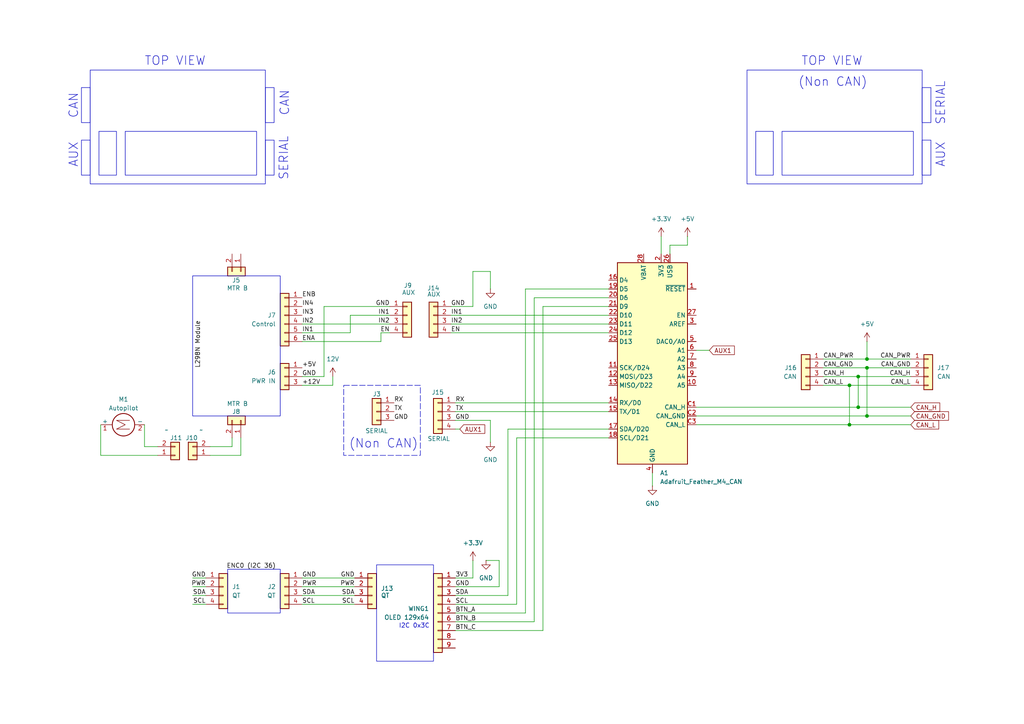
<source format=kicad_sch>
(kicad_sch (version 20231120) (generator "eeschema") (generator_version "8.0")
  (paper "A4")
  (title_block (title "Das Boot Autopilot Controller Schematic") (date "2025-03-08") (comment 1 "Note: Contains both CAN and non CAN versions"))
  (lib_symbols
    (symbol "Connector_Generic:Conn_01x02" (pin_names (offset 1.016) hide)
      (property "Reference" "J" (at 0 2.54 0))
      (property "Value" "Conn_01x02" (at 0 -5.08 0))
      (symbol "Conn_01x02_1_1"
        (rectangle (start -1.27 -2.413) (end 0 -2.667) (stroke (width 0.1524)))
        (rectangle (start -1.27 0.127) (end 0 -0.127) (stroke (width 0.1524)))
        (rectangle (start -1.27 1.27) (end 1.27 -3.81) (stroke (width 0.254)) (fill (type background)))
        (pin passive line (at -5.08 0 0) (length 3.81) (name "Pin_1") (number "1"))
        (pin passive line (at -5.08 -2.54 0) (length 3.81) (name "Pin_2") (number "2"))
      )
    )
    (symbol "Connector_Generic:Conn_01x03" (pin_names (offset 1.016) hide)
      (property "Reference" "J" (at 0 5.08 0))
      (property "Value" "Conn_01x03" (at 0 -5.08 0))
      (symbol "Conn_01x03_1_1"
        (rectangle (start -1.27 -2.413) (end 0 -2.667) (stroke (width 0.1524)))
        (rectangle (start -1.27 0.127) (end 0 -0.127) (stroke (width 0.1524)))
        (rectangle (start -1.27 2.667) (end 0 2.413) (stroke (width 0.1524)))
        (rectangle (start -1.27 3.81) (end 1.27 -3.81) (stroke (width 0.254)) (fill (type background)))
        (pin passive line (at -5.08 2.54 0) (length 3.81) (name "Pin_1") (number "1"))
        (pin passive line (at -5.08 0 0) (length 3.81) (name "Pin_2") (number "2"))
        (pin passive line (at -5.08 -2.54 0) (length 3.81) (name "Pin_3") (number "3"))
      )
    )
    (symbol "Connector_Generic:Conn_01x04" (pin_names (offset 1.016) hide)
      (property "Reference" "J" (at 0 5.08 0))
      (property "Value" "Conn_01x04" (at 0 -7.62 0))
      (symbol "Conn_01x04_1_1"
        (rectangle (start -1.27 -4.953) (end 0 -5.207) (stroke (width 0.1524)))
        (rectangle (start -1.27 -2.413) (end 0 -2.667) (stroke (width 0.1524)))
        (rectangle (start -1.27 0.127) (end 0 -0.127) (stroke (width 0.1524)))
        (rectangle (start -1.27 2.667) (end 0 2.413) (stroke (width 0.1524)))
        (rectangle (start -1.27 3.81) (end 1.27 -6.35) (stroke (width 0.254)) (fill (type background)))
        (pin passive line (at -5.08 2.54 0) (length 3.81) (name "Pin_1") (number "1"))
        (pin passive line (at -5.08 0 0) (length 3.81) (name "Pin_2") (number "2"))
        (pin passive line (at -5.08 -2.54 0) (length 3.81) (name "Pin_3") (number "3"))
        (pin passive line (at -5.08 -5.08 0) (length 3.81) (name "Pin_4") (number "4"))
      )
    )
    (symbol "Connector_Generic:Conn_01x06" (pin_names (offset 1.016) hide)
      (property "Reference" "J" (at 0 7.62 0))
      (property "Value" "Conn_01x06" (at 0 -10.16 0))
      (symbol "Conn_01x06_1_1"
        (rectangle (start -1.27 -7.493) (end 0 -7.747) (stroke (width 0.1524)))
        (rectangle (start -1.27 -4.953) (end 0 -5.207) (stroke (width 0.1524)))
        (rectangle (start -1.27 -2.413) (end 0 -2.667) (stroke (width 0.1524)))
        (rectangle (start -1.27 0.127) (end 0 -0.127) (stroke (width 0.1524)))
        (rectangle (start -1.27 2.667) (end 0 2.413) (stroke (width 0.1524)))
        (rectangle (start -1.27 5.207) (end 0 4.953) (stroke (width 0.1524)))
        (rectangle (start -1.27 6.35) (end 1.27 -8.89) (stroke (width 0.254)) (fill (type background)))
        (pin passive line (at -5.08 5.08 0) (length 3.81) (name "Pin_1") (number "1"))
        (pin passive line (at -5.08 2.54 0) (length 3.81) (name "Pin_2") (number "2"))
        (pin passive line (at -5.08 0 0) (length 3.81) (name "Pin_3") (number "3"))
        (pin passive line (at -5.08 -2.54 0) (length 3.81) (name "Pin_4") (number "4"))
        (pin passive line (at -5.08 -5.08 0) (length 3.81) (name "Pin_5") (number "5"))
        (pin passive line (at -5.08 -7.62 0) (length 3.81) (name "Pin_6") (number "6"))
      )
    )
    (symbol "Connector_Generic:Conn_01x09" (pin_names (offset 1.016) hide)
      (property "Reference" "J" (at 0 12.7 0))
      (property "Value" "Conn_01x09" (at 0 -12.7 0))
      (symbol "Conn_01x09_1_1"
        (rectangle (start -1.27 -10.033) (end 0 -10.287) (stroke (width 0.1524)))
        (rectangle (start -1.27 -7.493) (end 0 -7.747) (stroke (width 0.1524)))
        (rectangle (start -1.27 -4.953) (end 0 -5.207) (stroke (width 0.1524)))
        (rectangle (start -1.27 -2.413) (end 0 -2.667) (stroke (width 0.1524)))
        (rectangle (start -1.27 0.127) (end 0 -0.127) (stroke (width 0.1524)))
        (rectangle (start -1.27 2.667) (end 0 2.413) (stroke (width 0.1524)))
        (rectangle (start -1.27 5.207) (end 0 4.953) (stroke (width 0.1524)))
        (rectangle (start -1.27 7.747) (end 0 7.493) (stroke (width 0.1524)))
        (rectangle (start -1.27 10.287) (end 0 10.033) (stroke (width 0.1524)))
        (rectangle (start -1.27 11.43) (end 1.27 -11.43) (stroke (width 0.254)) (fill (type background)))
        (pin passive line (at -5.08 10.16 0) (length 3.81) (name "Pin_1") (number "1"))
        (pin passive line (at -5.08 7.62 0) (length 3.81) (name "Pin_2") (number "2"))
        (pin passive line (at -5.08 5.08 0) (length 3.81) (name "Pin_3") (number "3"))
        (pin passive line (at -5.08 2.54 0) (length 3.81) (name "Pin_4") (number "4"))
        (pin passive line (at -5.08 0 0) (length 3.81) (name "Pin_5") (number "5"))
        (pin passive line (at -5.08 -2.54 0) (length 3.81) (name "Pin_6") (number "6"))
        (pin passive line (at -5.08 -5.08 0) (length 3.81) (name "Pin_7") (number "7"))
        (pin passive line (at -5.08 -7.62 0) (length 3.81) (name "Pin_8") (number "8"))
        (pin passive line (at -5.08 -10.16 0) (length 3.81) (name "Pin_9") (number "9"))
      )
    )
    (symbol "MCU_Module:Adafruit_Feather_M0_Express"
      (property "Reference" "A1" (at 2.1941 -33.02 0))
      (property "Value" "Adafruit_Feather_M4_CAN" (at 2.1941 -35.56 0))
      (symbol "Adafruit_Feather_M0_Express_0_1"
        (rectangle (start -10.16 27.94) (end 10.16 -30.48) (stroke (width 0.254)) (fill (type background)))
      )
      (symbol "Adafruit_Feather_M0_Express_1_1"
        (pin input line (at 12.7 20.32 180) (length 2.54) (name "~{RESET}") (number "1"))
        (pin bidirectional line (at 12.7 -7.62 180) (length 2.54) (name "A5") (number "10"))
        (pin bidirectional line (at -12.7 -2.54 0) (length 2.54) (name "SCK/D24") (number "11"))
        (pin bidirectional line (at -12.7 -5.08 0) (length 2.54) (name "MOSI/D23") (number "12"))
        (pin bidirectional line (at -12.7 -7.62 0) (length 2.54) (name "MISO/D22") (number "13"))
        (pin bidirectional line (at -12.7 -12.7 0) (length 2.54) (name "RX/D0") (number "14"))
        (pin bidirectional line (at -12.7 -15.24 0) (length 2.54) (name "TX/D1") (number "15"))
        (pin bidirectional line (at -12.7 22.86 0) (length 2.54) (name "D4") (number "16"))
        (pin passive line (at 0 -33.02 90) (length 2.54) hide (name "GND") (number "16"))
        (pin bidirectional line (at -12.7 -20.32 0) (length 2.54) (name "SDA/D20") (number "17"))
        (pin bidirectional line (at -12.7 -22.86 0) (length 2.54) (name "SCL/D21") (number "18"))
        (pin bidirectional line (at -12.7 20.32 0) (length 2.54) (name "D5") (number "19"))
        (pin power_in line (at 2.54 30.48 270) (length 2.54) (name "3V3") (number "2"))
        (pin bidirectional line (at -12.7 17.78 0) (length 2.54) (name "D6") (number "20"))
        (pin bidirectional line (at -12.7 15.24 0) (length 2.54) (name "D9") (number "21"))
        (pin bidirectional line (at -12.7 12.7 0) (length 2.54) (name "D10") (number "22"))
        (pin bidirectional line (at -12.7 10.16 0) (length 2.54) (name "D11") (number "23"))
        (pin bidirectional line (at -12.7 7.62 0) (length 2.54) (name "D12") (number "24"))
        (pin bidirectional line (at -12.7 5.08 0) (length 2.54) (name "D13") (number "25"))
        (pin power_in line (at 5.08 30.48 270) (length 2.54) (name "USB") (number "26"))
        (pin input line (at 12.7 12.7 180) (length 2.54) (name "EN") (number "27"))
        (pin power_in line (at -2.54 30.48 270) (length 2.54) (name "VBAT") (number "28"))
        (pin input line (at 12.7 10.16 180) (length 2.54) (name "AREF") (number "3"))
        (pin power_in line (at 0 -33.02 90) (length 2.54) (name "GND") (number "4"))
        (pin bidirectional line (at 12.7 5.08 180) (length 2.54) (name "DAC0/A0") (number "5"))
        (pin bidirectional line (at 12.7 2.54 180) (length 2.54) (name "A1") (number "6"))
        (pin bidirectional line (at 12.7 0 180) (length 2.54) (name "A2") (number "7"))
        (pin bidirectional line (at 12.7 -2.54 180) (length 2.54) (name "A3") (number "8"))
        (pin bidirectional line (at 12.7 -5.08 180) (length 2.54) (name "A4") (number "9"))
        (pin bidirectional line (at 12.7 -13.97 180) (length 2.54) (name "CAN_H") (number "C1"))
        (pin bidirectional line (at 12.7 -16.51 180) (length 2.54) (name "CAN_GND") (number "C2"))
        (pin bidirectional line (at 12.7 -19.05 180) (length 2.54) (name "CAN_L") (number "C3"))
      )
    )
    (symbol "Motor:Motor_DC" (pin_names (offset 0))
      (property "Reference" "M" (at 2.54 2.54 0))
      (property "Value" "Motor_DC" (at 2.54 -5.08 0))
      (symbol "Motor_DC_0_0"
        (polyline (pts (xy -1.27 -3.302) (xy -1.27 0.508) (xy 0 -2.032) (xy 1.27 0.508) (xy 1.27 -3.302)))
      )
      (symbol "Motor_DC_0_1"
        (circle (center 0 -1.524) (radius 3.2512) (stroke (width 0.254)))
        (polyline (pts (xy 0 -7.62) (xy 0 -7.112)))
        (polyline (pts (xy 0 -4.7752) (xy 0 -5.1816)))
        (polyline (pts (xy 0 1.7272) (xy 0 2.0828)))
        (polyline (pts (xy 0 2.032) (xy 0 2.54)))
      )
      (symbol "Motor_DC_1_1"
        (pin passive line (at 0 5.08 270) (length 2.54) (name "+") (number "1"))
        (pin passive line (at 0 -7.62 90) (length 2.54) (name "-") (number "2"))
      )
    )
    (symbol "power:+3.3V" (power) (pin_numbers hide) (pin_names (offset 0) hide)
      (property "Value" "+3.3V" (at 0 3.556 0))
      (symbol "+3.3V_0_1"
        (polyline (pts (xy -0.762 1.27) (xy 0 2.54)))
        (polyline (pts (xy 0 0) (xy 0 2.54)))
        (polyline (pts (xy 0 2.54) (xy 0.762 1.27)))
      )
      (symbol "+3.3V_1_1"
        (pin power_in line (at 0 0 90) (length 0) (name "~") (number "1"))
      )
    )
    (symbol "power:+5V" (power) (pin_numbers hide) (pin_names (offset 0) hide)
      (property "Value" "+5V" (at 0 3.556 0))
      (symbol "+5V_0_1"
        (polyline (pts (xy -0.762 1.27) (xy 0 2.54)))
        (polyline (pts (xy 0 0) (xy 0 2.54)))
        (polyline (pts (xy 0 2.54) (xy 0.762 1.27)))
      )
      (symbol "+5V_1_1"
        (pin power_in line (at 0 0 90) (length 0) (name "~") (number "1"))
      )
    )
    (symbol "power:GND" (power) (pin_numbers hide) (pin_names (offset 0) hide)
      (property "Value" "GND" (at 0 -3.81 0))
      (symbol "GND_0_1"
        (polyline (pts (xy 0 0) (xy 0 -1.27) (xy 1.27 -1.27) (xy 0 -2.54) (xy -1.27 -1.27) (xy 0 -1.27)))
      )
      (symbol "GND_1_1"
        (pin power_in line (at 0 0 270) (length 0) (name "~") (number "1"))
      )
    )
  )
  (junction (at 246.38 111.76))
  (junction (at 246.38 123.19))
  (junction (at 248.92 118.11))
  (junction (at 251.46 104.14))
  (junction (at 248.92 109.22))
  (junction (at 251.46 120.65))
  (junction (at 251.46 106.68))
  (wire (pts (xy 251.46 106.68) (xy 264.16 106.68)))
  (wire (pts (xy 29.21 132.08) (xy 45.72 132.08)))
  (wire (pts (xy 67.31 129.54) (xy 67.31 127)))
  (wire (pts (xy 87.63 172.72) (xy 102.87 172.72)))
  (wire (pts (xy 199.39 68.58) (xy 199.39 71.12)))
  (wire (pts (xy 110.49 99.06) (xy 110.49 96.52)))
  (wire (pts (xy 87.63 170.18) (xy 102.87 170.18)))
  (wire (pts (xy 201.93 123.19) (xy 246.38 123.19)))
  (wire (pts (xy 144.78 170.18) (xy 132.08 170.18)))
  (wire (pts (xy 199.39 71.12) (xy 194.31 71.12)))
  (wire (pts (xy 152.4 83.82) (xy 176.53 83.82)))
  (wire (pts (xy 248.92 109.22) (xy 248.92 118.11)))
  (wire (pts (xy 246.38 123.19) (xy 264.16 123.19)))
  (wire (pts (xy 55.88 167.64) (xy 59.69 167.64)))
  (wire (pts (xy 248.92 118.11) (xy 264.16 118.11)))
  (wire (pts (xy 96.52 111.76) (xy 87.63 111.76)))
  (wire (pts (xy 130.81 93.98) (xy 176.53 93.98)))
  (wire (pts (xy 132.08 172.72) (xy 147.32 172.72)))
  (wire (pts (xy 142.24 121.92) (xy 142.24 128.27)))
  (wire (pts (xy 110.49 99.06) (xy 87.63 99.06)))
  (wire (pts (xy 142.24 83.82) (xy 142.24 78.74)))
  (wire (pts (xy 29.21 123.19) (xy 29.21 132.08)))
  (wire (pts (xy 147.32 172.72) (xy 147.32 124.46)))
  (wire (pts (xy 96.52 109.22) (xy 96.52 111.76)))
  (wire (pts (xy 55.88 175.26) (xy 59.69 175.26)))
  (wire (pts (xy 132.08 121.92) (xy 142.24 121.92)))
  (wire (pts (xy 137.16 78.74) (xy 137.16 88.9)))
  (wire (pts (xy 147.32 124.46) (xy 176.53 124.46)))
  (wire (pts (xy 238.76 104.14) (xy 251.46 104.14)))
  (wire (pts (xy 201.93 118.11) (xy 248.92 118.11)))
  (wire (pts (xy 201.93 101.6) (xy 205.74 101.6)))
  (wire (pts (xy 101.6 91.44) (xy 101.6 96.52)))
  (wire (pts (xy 87.63 167.64) (xy 102.87 167.64)))
  (wire (pts (xy 194.31 71.12) (xy 194.31 73.66)))
  (wire (pts (xy 246.38 111.76) (xy 264.16 111.76)))
  (wire (pts (xy 251.46 106.68) (xy 251.46 120.65)))
  (wire (pts (xy 157.48 88.9) (xy 157.48 182.88)))
  (wire (pts (xy 93.98 88.9) (xy 93.98 109.22)))
  (wire (pts (xy 69.85 132.08) (xy 69.85 127)))
  (wire (pts (xy 142.24 78.74) (xy 137.16 78.74)))
  (wire (pts (xy 101.6 96.52) (xy 87.63 96.52)))
  (wire (pts (xy 149.86 127) (xy 176.53 127)))
  (wire (pts (xy 191.77 68.58) (xy 191.77 73.66)))
  (wire (pts (xy 130.81 96.52) (xy 176.53 96.52)))
  (wire (pts (xy 60.96 129.54) (xy 67.31 129.54)))
  (wire (pts (xy 132.08 177.8) (xy 152.4 177.8)))
  (wire (pts (xy 113.03 91.44) (xy 101.6 91.44)))
  (wire (pts (xy 189.23 140.97) (xy 189.23 137.16)))
  (wire (pts (xy 238.76 106.68) (xy 251.46 106.68)))
  (wire (pts (xy 157.48 88.9) (xy 176.53 88.9)))
  (wire (pts (xy 110.49 96.52) (xy 113.03 96.52)))
  (wire (pts (xy 87.63 175.26) (xy 102.87 175.26)))
  (wire (pts (xy 154.94 180.34) (xy 132.08 180.34)))
  (wire (pts (xy 132.08 119.38) (xy 176.53 119.38)))
  (wire (pts (xy 238.76 111.76) (xy 246.38 111.76)))
  (wire (pts (xy 251.46 104.14) (xy 264.16 104.14)))
  (wire (pts (xy 132.08 124.46) (xy 133.35 124.46)))
  (wire (pts (xy 137.16 162.56) (xy 137.16 167.64)))
  (wire (pts (xy 60.96 132.08) (xy 69.85 132.08)))
  (wire (pts (xy 93.98 109.22) (xy 87.63 109.22)))
  (wire (pts (xy 152.4 177.8) (xy 152.4 83.82)))
  (wire (pts (xy 157.48 182.88) (xy 132.08 182.88)))
  (wire (pts (xy 41.91 123.19) (xy 41.91 129.54)))
  (wire (pts (xy 238.76 109.22) (xy 248.92 109.22)))
  (wire (pts (xy 144.78 162.56) (xy 140.97 162.56)))
  (wire (pts (xy 55.88 172.72) (xy 59.69 172.72)))
  (wire (pts (xy 251.46 120.65) (xy 264.16 120.65)))
  (wire (pts (xy 246.38 111.76) (xy 246.38 123.19)))
  (wire (pts (xy 154.94 86.36) (xy 154.94 180.34)))
  (wire (pts (xy 41.91 129.54) (xy 45.72 129.54)))
  (wire (pts (xy 154.94 86.36) (xy 176.53 86.36)))
  (wire (pts (xy 137.16 88.9) (xy 130.81 88.9)))
  (wire (pts (xy 132.08 175.26) (xy 149.86 175.26)))
  (wire (pts (xy 144.78 162.56) (xy 144.78 170.18)))
  (wire (pts (xy 248.92 109.22) (xy 264.16 109.22)))
  (wire (pts (xy 132.08 116.84) (xy 176.53 116.84)))
  (wire (pts (xy 93.98 88.9) (xy 113.03 88.9)))
  (wire (pts (xy 87.63 93.98) (xy 113.03 93.98)))
  (wire (pts (xy 149.86 175.26) (xy 149.86 127)))
  (wire (pts (xy 130.81 91.44) (xy 176.53 91.44)))
  (wire (pts (xy 55.88 170.18) (xy 59.69 170.18)))
  (wire (pts (xy 251.46 99.06) (xy 251.46 104.14)))
  (wire (pts (xy 137.16 167.64) (xy 132.08 167.64)))
  (wire (pts (xy 201.93 120.65) (xy 251.46 120.65)))
  (rectangle (start 66.04 165.1) (end 81.28 177.8))
  (rectangle (start 36.322 38.1) (end 74.422 50.8))
  (rectangle (start 76.962 25.4) (end 79.502 35.56))
  (rectangle (start 267.462 40.64) (end 270.002 50.8))
  (rectangle (start 76.962 40.64) (end 79.502 50.8))
  (rectangle (start 109.22 163.83) (end 125.73 191.77))
  (rectangle (start 219.202 38.1) (end 224.282 50.8))
  (rectangle (start 216.662 20.32) (end 267.462 53.34))
  (rectangle (start 23.622 40.64) (end 26.162 50.8))
  (rectangle (start 99.695 111.76) (end 121.92 132.08) (stroke (width 0) (type dash)))
  (rectangle (start 28.702 38.1) (end 33.782 50.8))
  (rectangle (start 226.822 38.1) (end 264.922 50.8))
  (rectangle (start 267.462 25.4) (end 270.002 35.56))
  (rectangle (start 23.622 25.4) (end 26.162 35.56))
  (rectangle (start 55.88 80.01) (end 81.28 120.65))
  (rectangle (start 26.162 20.32) (end 76.962 53.34))
  (text "TOP VIEW" (at 50.8 17.78 0) (effects (font (size 2.54 2.54))))
  (text "AUX" (at 21.336 44.958 90) (effects (font (size 2.54 2.54))))
  (text "AUX" (at 272.796 44.958 90) (effects (font (size 2.54 2.54))))
  (text "(Non CAN)" (at 241.554 23.876 0) (effects (font (size 2.54 2.54))))
  (text "SERIAL\n" (at 272.796 29.972 90) (effects (font (size 2.54 2.54))))
  (text "SERIAL\n" (at 82.296 45.974 90) (effects (font (size 2.54 2.54))))
  (text "(Non CAN)" (at 111.252 128.778 0) (effects (font (size 2.54 2.54))))
  (text "CAN" (at 21.336 30.734 90) (effects (font (size 2.54 2.54))))
  (text "TOP VIEW" (at 241.3 17.78 0) (effects (font (size 2.54 2.54))))
  (text "I2C 0x3C" (at 120.142 181.61 0) (effects (font (size 1.27 1.27))))
  (text "CAN" (at 82.55 29.972 90) (effects (font (size 2.54 2.54))))
  (label "BTN_A" (at 132.08 177.8 0))
  (label "IN2" (at 113.03 93.98 180))
  (label "ENC0 (I2C 36)" (at 80.01 165.1 180))
  (label "SCL" (at 59.69 175.26 180))
  (label "SDA" (at 59.69 172.72 180))
  (label "BTN_B" (at 132.08 180.34 0))
  (label "EN" (at 113.03 96.52 180))
  (label "GND" (at 132.08 121.92 0))
  (label "CAN_PWR" (at 264.16 104.14 180))
  (label "IN1" (at 130.81 91.44 0))
  (label "L298N Module" (at 58.42 106.68 90))
  (label "IN1" (at 113.03 91.44 180))
  (label "GND" (at 59.69 167.64 180))
  (label "GND" (at 87.63 167.64 0))
  (label "SDA" (at 132.08 172.72 0))
  (label "PWR" (at 102.87 170.18 180))
  (label "CAN_GND" (at 238.76 106.68 0))
  (label "SCL" (at 87.63 175.26 0))
  (label "SDA" (at 102.87 172.72 180))
  (label "EN" (at 130.81 96.52 0))
  (label "CAN_H" (at 238.76 109.22 0))
  (label "GND" (at 132.08 170.18 0))
  (label "+12V" (at 87.63 111.76 0))
  (label "GND" (at 113.03 88.9 180))
  (label "CAN_GND" (at 264.16 106.68 180))
  (label "GND" (at 114.3 121.92 0))
  (label "GND" (at 87.63 109.22 0))
  (label "GND" (at 102.87 167.64 180))
  (label "CAN_L" (at 264.16 111.76 180))
  (label "TX" (at 114.3 119.38 0))
  (label "IN2" (at 87.63 93.98 0))
  (label "SDA" (at 87.63 172.72 0))
  (label "+5V" (at 87.63 106.68 0))
  (label "IN2" (at 130.81 93.98 0))
  (label "RX" (at 132.08 116.84 0))
  (label "RX" (at 114.3 116.84 0))
  (label "CAN_H" (at 264.16 109.22 180))
  (label "IN4" (at 87.63 88.9 0))
  (label "TX" (at 132.08 119.38 0))
  (label "SCL" (at 102.87 175.26 180))
  (label "SCL" (at 132.08 175.26 0))
  (label "PWR" (at 87.63 170.18 0))
  (label "IN3" (at 87.63 91.44 0))
  (label "CAN_L" (at 238.76 111.76 0))
  (label "GND" (at 130.81 88.9 0))
  (label "BTN_C" (at 132.08 182.88 0))
  (label "ENA" (at 87.63 99.06 0))
  (label "PWR" (at 59.69 170.18 180))
  (label "IN1" (at 87.63 96.52 0))
  (label "CAN_PWR" (at 238.76 104.14 0))
  (label "3V3" (at 132.08 167.64 0))
  (label "ENB" (at 87.63 86.36 0))
  (global_label "CAN_H" (shape input) (at 264.16 118.11 0) (property "Intersheetrefs" "${INTERSHEET_REFS}" (effects (hide yes))))
  (global_label "AUX1" (shape input) (at 205.74 101.6 0) (property "Intersheetrefs" "${INTERSHEET_REFS}" (effects (hide yes))))
  (global_label "CAN_GND" (shape input) (at 264.16 120.65 0) (property "Intersheetrefs" "${INTERSHEET_REFS}" (effects (hide yes))))
  (global_label "CAN_L" (shape input) (at 264.16 123.19 0) (property "Intersheetrefs" "${INTERSHEET_REFS}" (effects (hide yes))))
  (global_label "AUX1" (shape input) (at 133.35 124.46 0) (property "Intersheetrefs" "${INTERSHEET_REFS}" (effects (hide yes))))
  (symbol (lib_id "Connector_Generic:Conn_01x04") (at 125.73 91.44 0) (mirror y) (unit 1)
    (property "Reference" "J14" (at 127.508 83.566 0) (effects (justify left)))
    (property "Value" "AUX" (at 127.762 85.344 0) (effects (justify left)))
    (property "Description" "Generic connector, single row, 01x04, script generated (kicad-library-utils/schlib/autogen/connector/)" (effects (hide yes)))
  )
  (symbol (lib_id "power:GND") (at 189.23 140.97 0) (unit 1)
    (property "Reference" "#PWR016" (effects (hide yes)))
    (property "Value" "GND" (at 189.23 146.05 0))
    (property "Description" "Power symbol creates a global label with name \"GND\" , ground" (effects (hide yes)))
  )
  (symbol (lib_id "Connector_Generic:Conn_01x03") (at 109.22 119.38 0) (mirror y) (unit 1)
    (property "Reference" "J3" (at 110.49 114.3 0) (effects (justify left)))
    (property "Value" "SERIAL" (at 112.522 124.968 0) (effects (justify left)))
    (property "Description" "Generic connector, single row, 01x03, script generated (kicad-library-utils/schlib/autogen/connector/)" (effects (hide yes)))
  )
  (symbol (lib_id "Connector_Generic:Conn_01x04") (at 64.77 170.18 0) (unit 1)
    (property "Reference" "J1" (at 67.31 170.1799 0) (effects (justify left)))
    (property "Value" "QT" (at 67.31 172.7199 0) (effects (justify left)))
    (property "Description" "Generic connector, single row, 01x04, script generated (kicad-library-utils/schlib/autogen/connector/)" (effects (hide yes)))
  )
  (symbol (lib_id "Connector_Generic:Conn_01x04") (at 82.55 170.18 0) (mirror y) (unit 1)
    (property "Reference" "J2" (at 80.01 170.1799 0) (effects (justify left)))
    (property "Value" "QT" (at 80.01 172.7199 0) (effects (justify left)))
    (property "Description" "Generic connector, single row, 01x04, script generated (kicad-library-utils/schlib/autogen/connector/)" (effects (hide yes)))
  )
  (symbol (lib_id "MCU_Module:Adafruit_Feather_M0_Express") (at 189.23 104.14 0) (unit 1)
    (property "Reference" "A1" (at 191.4241 137.16 0) (effects (justify left)))
    (property "Value" "Adafruit_Feather_M4_CAN" (at 191.4241 139.7 0) (effects (justify left)))
    (property "Footprint" "Module:Adafruit_Feather" (effects (hide yes)))
    (property "Datasheet" "https://cdn-learn.adafruit.com/downloads/pdf/adafruit-feather-m0-express-designed-for-circuit-python-circuitpython.pdf" (effects (hide yes)))
    (property "Description" "Microcontroller module with SAMD21 Cortex-M0 MCU and SPI Flash" (effects (hide yes)))
  )
  (symbol (lib_id "Connector_Generic:Conn_01x03") (at 82.55 109.22 0) (mirror y) (unit 1)
    (property "Reference" "J6" (at 80.01 107.9499 0) (effects (justify left)))
    (property "Value" "PWR IN" (at 80.01 110.4899 0) (effects (justify left)))
    (property "Description" "Generic connector, single row, 01x03, script generated (kicad-library-utils/schlib/autogen/connector/)" (effects (hide yes)))
  )
  (symbol (lib_id "power:+5V") (at 251.46 99.06 0) (unit 1)
    (property "Reference" "#PWR019" (effects (hide yes)))
    (property "Value" "+5V" (at 251.46 93.98 0))
    (property "Description" "Power symbol creates a global label with name \"+5V\"" (effects (hide yes)))
  )
  (symbol (lib_id "power:GND") (at 140.97 162.56 0) (unit 1)
    (property "Reference" "#PWR013" (effects (hide yes)))
    (property "Value" "GND" (at 140.97 167.64 0))
    (property "Description" "Power symbol creates a global label with name \"GND\" , ground" (effects (hide yes)))
  )
  (symbol (lib_id "power:+5V") (at 199.39 68.58 0) (unit 1)
    (property "Reference" "#PWR018" (effects (hide yes)))
    (property "Value" "+5V" (at 199.39 63.5 0))
    (property "Description" "Power symbol creates a global label with name \"+5V\"" (effects (hide yes)))
  )
  (symbol (lib_id "power:+3.3V") (at 96.52 109.22 0) (unit 1)
    (property "Reference" "#PWR01" (effects (hide yes)))
    (property "Value" "12V" (at 96.52 104.14 0))
    (property "Description" "Power symbol creates a global label with name \"+3.3V\"" (effects (hide yes)))
  )
  (symbol (lib_id "Connector_Generic:Conn_01x04") (at 127 119.38 0) (mirror y) (unit 1)
    (property "Reference" "J15" (at 128.778 113.792 0) (effects (justify left)))
    (property "Value" "SERIAL" (at 130.556 127.254 0) (effects (justify left)))
    (property "Description" "Generic connector, single row, 01x04, script generated (kicad-library-utils/schlib/autogen/connector/)" (effects (hide yes)))
  )
  (symbol (lib_id "Motor:Motor_DC") (at 34.29 123.19 90) (mirror x) (unit 1)
    (property "Reference" "M1" (at 35.814 115.824 90))
    (property "Value" "Autopilot" (at 35.814 118.364 90))
    (property "Description" "DC Motor" (effects (hide yes)))
  )
  (symbol (lib_id "Connector_Generic:Conn_01x02") (at 69.85 121.92 270) (mirror x) (unit 1)
    (property "Reference" "J8" (at 67.31 119.38 90) (effects (justify left)))
    (property "Value" "MTR B" (at 65.786 117.094 90) (effects (justify left)))
    (property "Description" "Generic connector, single row, 01x02, script generated (kicad-library-utils/schlib/autogen/connector/)" (effects (hide yes)))
  )
  (symbol (lib_id "power:GND") (at 142.24 83.82 0) (unit 1)
    (property "Reference" "#PWR02" (effects (hide yes)))
    (property "Value" "GND" (at 142.24 88.9 0))
    (property "Description" "Power symbol creates a global label with name \"GND\" , ground" (effects (hide yes)))
  )
  (symbol (lib_id "Connector_Generic:Conn_01x04") (at 118.11 91.44 0) (unit 1)
    (property "Reference" "J9" (at 117.094 82.804 0) (effects (justify left)))
    (property "Value" "AUX" (at 116.586 84.836 0) (effects (justify left)))
    (property "Description" "Generic connector, single row, 01x04, script generated (kicad-library-utils/schlib/autogen/connector/)" (effects (hide yes)))
  )
  (symbol (lib_id "power:+3.3V") (at 137.16 162.56 0) (unit 1)
    (property "Reference" "#PWR012" (effects (hide yes)))
    (property "Value" "+3.3V" (at 137.16 157.48 0))
    (property "Description" "Power symbol creates a global label with name \"+3.3V\"" (effects (hide yes)))
  )
  (symbol (lib_id "Connector_Generic:Conn_01x04") (at 107.95 170.18 0) (unit 1)
    (property "Reference" "J13" (at 110.49 170.688 0) (effects (justify left)))
    (property "Value" "QT" (at 110.49 172.7199 0) (effects (justify left)))
    (property "Description" "Generic connector, single row, 01x04, script generated (kicad-library-utils/schlib/autogen/connector/)" (effects (hide yes)))
  )
  (symbol (lib_id "Connector_Generic:Conn_01x04") (at 269.24 106.68 0) (unit 1)
    (property "Reference" "J17" (at 271.78 106.6799 0) (effects (justify left)))
    (property "Value" "CAN" (at 271.78 109.2199 0) (effects (justify left)))
    (property "Description" "Generic connector, single row, 01x04, script generated (kicad-library-utils/schlib/autogen/connector/)" (effects (hide yes)))
  )
  (symbol (lib_id "Connector_Generic:Conn_01x09") (at 127 177.8 0) (mirror y) (unit 1)
    (property "Reference" "WING1" (at 124.46 176.5299 0) (effects (justify left)))
    (property "Value" "OLED 129x64" (at 124.46 179.0699 0) (effects (justify left)))
    (property "Description" "Generic connector, single row, 01x09, script generated (kicad-library-utils/schlib/autogen/connector/)" (effects (hide yes)))
  )
  (symbol (lib_id "power:+3.3V") (at 191.77 68.58 0) (unit 1)
    (property "Reference" "#PWR017" (effects (hide yes)))
    (property "Value" "+3.3V" (at 191.77 63.5 0))
    (property "Description" "Power symbol creates a global label with name \"+3.3V\"" (effects (hide yes)))
  )
  (symbol (lib_id "power:GND") (at 142.24 128.27 0) (unit 1)
    (property "Reference" "#PWR015" (effects (hide yes)))
    (property "Value" "GND" (at 142.24 133.35 0))
    (property "Description" "Power symbol creates a global label with name \"GND\" , ground" (effects (hide yes)))
  )
  (symbol (lib_id "Connector_Generic:Conn_01x02") (at 55.88 132.08 180) (unit 1)
    (property "Reference" "J10" (at 57.404 127 0) (effects (justify left)))
    (property "Value" "~" (at 58.928 124.714 0) (effects (justify left)))
    (property "Description" "Generic connector, single row, 01x02, script generated (kicad-library-utils/schlib/autogen/connector/)" (effects (hide yes)))
  )
  (symbol (lib_id "Connector_Generic:Conn_01x02") (at 50.8 132.08 0) (mirror x) (unit 1)
    (property "Reference" "J11" (at 49.276 127 0) (effects (justify left)))
    (property "Value" "~" (at 47.752 124.714 0) (effects (justify left)))
    (property "Description" "Generic connector, single row, 01x02, script generated (kicad-library-utils/schlib/autogen/connector/)" (effects (hide yes)))
  )
  (symbol (lib_id "Connector_Generic:Conn_01x02") (at 69.85 78.74 270) (unit 1)
    (property "Reference" "J5" (at 67.31 81.28 90) (effects (justify left)))
    (property "Value" "MTR B" (at 65.786 83.566 90) (effects (justify left)))
    (property "Description" "Generic connector, single row, 01x02, script generated (kicad-library-utils/schlib/autogen/connector/)" (effects (hide yes)))
  )
  (symbol (lib_id "Connector_Generic:Conn_01x06") (at 82.55 91.44 0) (mirror y) (unit 1)
    (property "Reference" "J7" (at 80.01 91.4399 0) (effects (justify left)))
    (property "Value" "Control" (at 80.01 93.9799 0) (effects (justify left)))
    (property "Description" "Generic connector, single row, 01x06, script generated (kicad-library-utils/schlib/autogen/connector/)" (effects (hide yes)))
  )
  (symbol (lib_id "Connector_Generic:Conn_01x04") (at 233.68 106.68 0) (mirror y) (unit 1)
    (property "Reference" "J16" (at 231.14 106.6799 0) (effects (justify left)))
    (property "Value" "CAN" (at 231.14 109.2199 0) (effects (justify left)))
    (property "Description" "Generic connector, single row, 01x04, script generated (kicad-library-utils/schlib/autogen/connector/)" (effects (hide yes)))
  )
)
</source>
